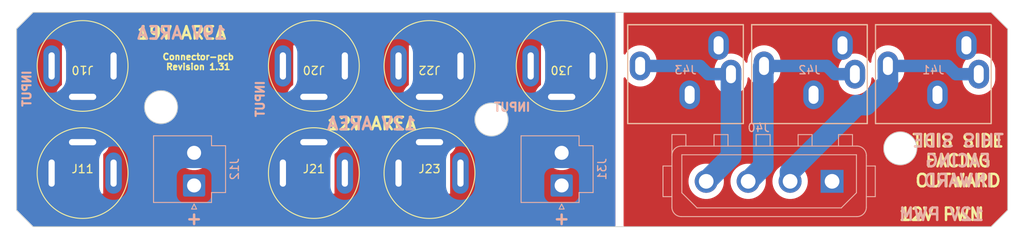
<source format=kicad_pcb>
(kicad_pcb (version 20221018) (generator pcbnew)
  (layers (0 "F.Cu" signal) (31 "B.Cu" signal) (34 "B.Paste" user) (35 "F.Paste" user) (36 "B.SilkS" user "B.Silkscreen") (37 "F.SilkS" user "F.Silkscreen") (38 "B.Mask" user) (39 "F.Mask" user) (44 "Edge.Cuts" user))
  (net 0 "")
  (net 1 "+15V")
  (net 2 "GND")
  (net 3 "+12V")
  (net 4 "+12L")
  (net 5 "Net-(J40-Pin_2)")
  (net 6 "Net-(J40-Pin_3)")
  (net 7 "Net-(J40-Pin_4)")
  (net 8 "+12P")
  (footprint "TeenAstro:BarrelJack_Vertical" (layer "F.Cu") (at 100 69)
    (fp_text reference "J23" (at 0 -0.5 unlocked) (layer "F.SilkS"))
    (fp_text value "Barrel_Jack_MountingPin")
    (fp_circle (center 0 0) (end 5.5 0) (stroke (width 0.12)) (fill none) (layer "F.SilkS"))
    (pad "1" thru_hole oval (at 3.75 0 90) (size 5 2) (drill oval 3.3 0.75) (layers "*.Cu" "*.Mask") (net 3 "+12V"))
    (pad "2" thru_hole oval (at 0 -3.75) (size 5 2) (drill oval 3.3 0.75) (layers "*.Cu" "*.Mask") (net 2 "GND"))
    (pad "MP" thru_hole oval (at -3.75 0 90) (size 5 2) (drill oval 3.3 0.75) (layers "*.Cu" "*.Mask") (net 2 "GND"))
    (zone (net 0) (net_name "") (layer "F.Cu") (connect_pads (clearance 0)) (min_thickness 0.254)
      (keepout (tracks not_allowed) (vias not_allowed) (pads not_allowed) (copperpour not_allowed) (footprints allowed))
      (fill (thermal_gap 0.508) (thermal_bridge_width 0.508))
      (polygon (pts (xy 102.5 71.5) (xy 97.5 71.5) (xy 97.5 66.5) (xy 102.5 66.5)))
    )
  )
  (footprint "TeenAstro:BarrelJack_Vertical" (layer "F.Cu") (at 58 69)
    (fp_text reference "J11" (at 0 -0.5 unlocked) (layer "F.SilkS"))
    (fp_text value "Barrel_Jack_MountingPin")
    (fp_circle (center 0 0) (end 5.5 0) (stroke (width 0.12)) (fill none) (layer "F.SilkS"))
    (pad "1" thru_hole oval (at 3.75 0 90) (size 5 2) (drill oval 3.3 0.75) (layers "*.Cu" "*.Mask") (net 1 "+15V"))
    (pad "2" thru_hole oval (at 0 -3.75) (size 5 2) (drill oval 3.3 0.75) (layers "*.Cu" "*.Mask") (net 2 "GND"))
    (pad "MP" thru_hole oval (at -3.75 0 90) (size 5 2) (drill oval 3.3 0.75) (layers "*.Cu" "*.Mask") (net 2 "GND"))
    (zone (net 0) (net_name "") (layer "F.Cu") (connect_pads (clearance 0)) (min_thickness 0.254)
      (keepout (tracks not_allowed) (vias not_allowed) (pads not_allowed) (copperpour not_allowed) (footprints allowed))
      (fill (thermal_gap 0.508) (thermal_bridge_width 0.508))
      (polygon (pts (xy 60.5 71.5) (xy 55.5 71.5) (xy 55.5 66.5) (xy 60.5 66.5)))
    )
  )
  (footprint "TeenAstro:BarrelJack_Vertical" (layer "F.Cu") (at 116 56 180)
    (fp_text reference "J30" (at 0 -0.5 180 unlocked) (layer "F.SilkS"))
    (fp_text value "Barrel_Jack_MountingPin")
    (fp_circle (center 0 0) (end 5.5 0) (stroke (width 0.12)) (fill none) (layer "F.SilkS"))
    (pad "1" thru_hole oval (at 3.75 0 270) (size 5 2) (drill oval 3.3 0.75) (layers "*.Cu" "*.Mask") (net 4 "+12L"))
    (pad "2" thru_hole oval (at 0 -3.75 180) (size 5 2) (drill oval 3.3 0.75) (layers "*.Cu" "*.Mask") (net 2 "GND"))
    (pad "MP" thru_hole oval (at -3.75 0 270) (size 5 2) (drill oval 3.3 0.75) (layers "*.Cu" "*.Mask") (net 2 "GND"))
    (zone (net 0) (net_name "") (layer "F.Cu") (connect_pads (clearance 0)) (min_thickness 0.254)
      (keepout (tracks not_allowed) (vias not_allowed) (pads not_allowed) (copperpour not_allowed) (footprints allowed))
      (fill (thermal_gap 0.508) (thermal_bridge_width 0.508))
      (polygon (pts (xy 113.5 53.5) (xy 118.5 53.5) (xy 118.5 58.5) (xy 113.5 58.5)))
    )
  )
  (footprint "TeenAstro:BarrelJack_Vertical" (layer "F.Cu") (at 86 56 180)
    (fp_text reference "J20" (at 0 -0.5 180 unlocked) (layer "F.SilkS"))
    (fp_text value "Barrel_Jack_MountingPin")
    (fp_circle (center 0 0) (end 5.5 0) (stroke (width 0.12)) (fill none) (layer "F.SilkS"))
    (pad "1" thru_hole oval (at 3.75 0 270) (size 5 2) (drill oval 3.3 0.75) (layers "*.Cu" "*.Mask") (net 3 "+12V"))
    (pad "2" thru_hole oval (at 0 -3.75 180) (size 5 2) (drill oval 3.3 0.75) (layers "*.Cu" "*.Mask") (net 2 "GND"))
    (pad "MP" thru_hole oval (at -3.75 0 270) (size 5 2) (drill oval 3.3 0.75) (layers "*.Cu" "*.Mask") (net 2 "GND"))
    (zone (net 0) (net_name "") (layer "F.Cu") (connect_pads (clearance 0)) (min_thickness 0.254)
      (keepout (tracks not_allowed) (vias not_allowed) (pads not_allowed) (copperpour not_allowed) (footprints allowed))
      (fill (thermal_gap 0.508) (thermal_bridge_width 0.508))
      (polygon (pts (xy 83.5 53.5) (xy 88.5 53.5) (xy 88.5 58.5) (xy 83.5 58.5)))
    )
  )
  (footprint "TeenAstro:BarrelJack_Vertical" (layer "F.Cu") (at 86 69)
    (fp_text reference "J21" (at 0 -0.5 unlocked) (layer "F.SilkS"))
    (fp_text value "Barrel_Jack_MountingPin")
    (fp_circle (center 0 0) (end 5.5 0) (stroke (width 0.12)) (fill none) (layer "F.SilkS"))
    (pad "1" thru_hole oval (at 3.75 0 90) (size 5 2) (drill oval 3.3 0.75) (layers "*.Cu" "*.Mask") (net 3 "+12V"))
    (pad "2" thru_hole oval (at 0 -3.75) (size 5 2) (drill oval 3.3 0.75) (layers "*.Cu" "*.Mask") (net 2 "GND"))
    (pad "MP" thru_hole oval (at -3.75 0 90) (size 5 2) (drill oval 3.3 0.75) (layers "*.Cu" "*.Mask") (net 2 "GND"))
    (zone (net 0) (net_name "") (layer "F.Cu") (connect_pads (clearance 0)) (min_thickness 0.254)
      (keepout (tracks not_allowed) (vias not_allowed) (pads not_allowed) (copperpour not_allowed) (footprints allowed))
      (fill (thermal_gap 0.508) (thermal_bridge_width 0.508))
      (polygon (pts (xy 88.5 71.5) (xy 83.5 71.5) (xy 83.5 66.5) (xy 88.5 66.5)))
    )
  )
  (footprint "TeenAstro:BarrelJack_Vertical" (layer "F.Cu") (at 100 56 180)
    (fp_text reference "J22" (at 0 -0.5 180 unlocked) (layer "F.SilkS"))
    (fp_text value "Barrel_Jack_MountingPin")
    (fp_circle (center 0 0) (end 5.5 0) (stroke (width 0.12)) (fill none) (layer "F.SilkS"))
    (pad "1" thru_hole oval (at 3.75 0 270) (size 5 2) (drill oval 3.3 0.75) (layers "*.Cu" "*.Mask") (net 3 "+12V"))
    (pad "2" thru_hole oval (at 0 -3.75 180) (size 5 2) (drill oval 3.3 0.75) (layers "*.Cu" "*.Mask") (net 2 "GND"))
    (pad "MP" thru_hole oval (at -3.75 0 270) (size 5 2) (drill oval 3.3 0.75) (layers "*.Cu" "*.Mask") (net 2 "GND"))
    (zone (net 0) (net_name "") (layer "F.Cu") (connect_pads (clearance 0)) (min_thickness 0.254)
      (keepout (tracks not_allowed) (vias not_allowed) (pads not_allowed) (copperpour not_allowed) (footprints allowed))
      (fill (thermal_gap 0.508) (thermal_bridge_width 0.508))
      (polygon (pts (xy 97.5 53.5) (xy 102.5 53.5) (xy 102.5 58.5) (xy 97.5 58.5)))
    )
  )
  (footprint "TeenAstro:BarrelJack_Vertical" (layer "F.Cu") (at 58 56 180)
    (fp_text reference "J10" (at 0 -0.5 180 unlocked) (layer "F.SilkS"))
    (fp_text value "Barrel_Jack_MountingPin")
    (fp_circle (center 0 0) (end 5.5 0) (stroke (width 0.12)) (fill none) (layer "F.SilkS"))
    (pad "1" thru_hole oval (at 3.75 0 270) (size 5 2) (drill oval 3.3 0.75) (layers "*.Cu" "*.Mask") (net 1 "+15V"))
    (pad "2" thru_hole oval (at 0 -3.75 180) (size 5 2) (drill oval 3.3 0.75) (layers "*.Cu" "*.Mask") (net 2 "GND"))
    (pad "MP" thru_hole oval (at -3.75 0 270) (size 5 2) (drill oval 3.3 0.75) (layers "*.Cu" "*.Mask") (net 2 "GND"))
    (zone (net 0) (net_name "") (layer "F.Cu") (connect_pads (clearance 0)) (min_thickness 0.254)
      (keepout (tracks not_allowed) (vias not_allowed) (pads not_allowed) (copperpour not_allowed) (footprints allowed))
      (fill (thermal_gap 0.508) (thermal_bridge_width 0.508))
      (polygon (pts (xy 55.5 53.5) (xy 60.5 53.5) (xy 60.5 58.5) (xy 55.5 58.5)))
    )
  )
  (footprint "TeenAstro:Cinch_Vertical" (layer "B.Cu") (at 131 57 180)
    (fp_text reference "J43" (at 0 0.5 unlocked) (layer "B.SilkS") (effects (justify mirror)))
    (fp_text value "Conn_01x02")
    (fp_rect (start -7 6) (end 7 -6) (stroke (width 0.12)) (fill none) (layer "B.SilkS"))
    (pad "1" thru_hole oval (at -5.5 0 180) (size 2.5 3.5) (drill oval 1.2 2.2) (layers "*.Cu" "*.Mask") (net 7 "Net-(J40-Pin_4)"))
    (pad "1" thru_hole oval (at 5.5 1 180) (size 2.5 3.5) (drill oval 1.2 2.2) (layers "*.Cu" "*.Mask") (net 7 "Net-(J40-Pin_4)"))
    (pad "2" thru_hole oval (at -4 3.5 180) (size 2.5 3.5) (drill oval 1.2 2.2) (layers "*.Cu" "*.Mask") (net 8 "+12P"))
    (pad "2" thru_hole oval (at -0.5 -2.5 180) (size 2.5 3.5) (drill oval 1.2 2.2) (layers "*.Cu" "*.Mask") (net 8 "+12P"))
  )
  (footprint "Connector_JST:JST_VH_B2P-VH_1x02_P3.96mm_Vertical" (layer "B.Cu") (at 71.5 70.5 90)
    (fp_text reference "J12" (at 1.98 4.9 90) (layer "B.SilkS") (effects (justify mirror)))
    (fp_text value "Conn_01x02")
    (fp_line (start -2.86 -0.3) (end -2.86 0.3) (stroke (width 0.12)) (layer "B.SilkS"))
    (fp_line (start -2.86 0.3) (end -2.26 0) (stroke (width 0.12)) (layer "B.SilkS"))
    (fp_line (start -2.26 0) (end -2.86 -0.3) (stroke (width 0.12)) (layer "B.SilkS"))
    (fp_line (start -2.06 -4.91) (end -2.06 2.11) (stroke (width 0.12)) (layer "B.SilkS"))
    (fp_line (start -2.06 2.11) (end -0.86 2.11) (stroke (width 0.12)) (layer "B.SilkS"))
    (fp_line (start -0.86 2.11) (end -0.86 3.81) (stroke (width 0.12)) (layer "B.SilkS"))
    (fp_line (start -0.86 3.81) (end 4.82 3.81) (stroke (width 0.12)) (layer "B.SilkS"))
    (fp_line (start 4.82 2.11) (end 6.02 2.11) (stroke (width 0.12)) (layer "B.SilkS"))
    (fp_line (start 4.82 3.81) (end 4.82 2.11) (stroke (width 0.12)) (layer "B.SilkS"))
    (fp_line (start 6.02 -4.91) (end -2.06 -4.91) (stroke (width 0.12)) (layer "B.SilkS"))
    (fp_line (start 6.02 2.11) (end 6.02 -4.91) (stroke (width 0.12)) (layer "B.SilkS"))
    (pad "1" thru_hole roundrect (at 0 0 90) (size 2.7 2.7) (drill 1.7) (layers "*.Cu" "*.Mask") (roundrect_rratio 0.09259296296) (net 1 "+15V"))
    (pad "2" thru_hole circle (at 3.96 0 90) (size 2.7 2.7) (drill 1.7) (layers "*.Cu" "*.Mask") (net 2 "GND"))
  )
  (footprint "Connector_JST:JST_VH_B2P-VH_1x02_P3.96mm_Vertical" (layer "B.Cu") (at 116 70.5 90)
    (fp_text reference "J31" (at 1.98 4.9 90) (layer "B.SilkS") (effects (justify mirror)))
    (fp_text value "Conn_01x02")
    (fp_line (start -2.86 -0.3) (end -2.86 0.3) (stroke (width 0.12)) (layer "B.SilkS"))
    (fp_line (start -2.86 0.3) (end -2.26 0) (stroke (width 0.12)) (layer "B.SilkS"))
    (fp_line (start -2.26 0) (end -2.86 -0.3) (stroke (width 0.12)) (layer "B.SilkS"))
    (fp_line (start -2.06 -4.91) (end -2.06 2.11) (stroke (width 0.12)) (layer "B.SilkS"))
    (fp_line (start -2.06 2.11) (end -0.86 2.11) (stroke (width 0.12)) (layer "B.SilkS"))
    (fp_line (start -0.86 2.11) (end -0.86 3.81) (stroke (width 0.12)) (layer "B.SilkS"))
    (fp_line (start -0.86 3.81) (end 4.82 3.81) (stroke (width 0.12)) (layer "B.SilkS"))
    (fp_line (start 4.82 2.11) (end 6.02 2.11) (stroke (width 0.12)) (layer "B.SilkS"))
    (fp_line (start 4.82 3.81) (end 4.82 2.11) (stroke (width 0.12)) (layer "B.SilkS"))
    (fp_line (start 6.02 -4.91) (end -2.06 -4.91) (stroke (width 0.12)) (layer "B.SilkS"))
    (fp_line (start 6.02 2.11) (end 6.02 -4.91) (stroke (width 0.12)) (layer "B.SilkS"))
    (pad "1" thru_hole roundrect (at 0 0 90) (size 2.7 2.7) (drill 1.7) (layers "*.Cu" "*.Mask") (roundrect_rratio 0.09259296296) (net 4 "+12L"))
    (pad "2" thru_hole circle (at 3.96 0 90) (size 2.7 2.7) (drill 1.7) (layers "*.Cu" "*.Mask") (net 2 "GND"))
  )
  (footprint "Connector_TE-Connectivity:TE_MATE-N-LOK_350211-1_1x04_P5.08mm_Vertical" (layer "B.Cu") (at 148.74 70 180)
    (fp_text reference "J40" (at 8.89 6.5) (layer "B.SilkS") (effects (justify mirror)))
    (fp_text value "Conn_01x04")
    (fp_line (start -5.23 -1.86) (end -5.23 1.86) (stroke (width 0.12)) (layer "B.SilkS"))
    (fp_line (start -5.23 1.86) (end -4.15 1.86) (stroke (width 0.12)) (layer "B.SilkS"))
    (fp_line (start -4.15 -1.86) (end -5.23 -1.86) (stroke (width 0.12)) (layer "B.SilkS"))
    (fp_line (start -4.15 3.14) (end -4.15 -3.14) (stroke (width 0.12)) (layer "B.SilkS"))
    (fp_line (start -3.01 -4.28) (end 18.25 -4.28) (stroke (width 0.12)) (layer "B.SilkS"))
    (fp_line (start -2.95 -1.39) (end -2.95 3.22) (stroke (width 0.12)) (layer "B.SilkS"))
    (fp_line (start -2.95 3.22) (end 18.19 3.22) (stroke (width 0.12)) (layer "B.SilkS"))
    (fp_line (start -2.47 4.28) (end -2.47 5.67) (stroke (width 0.12)) (layer "B.SilkS"))
    (fp_line (start -2.47 5.67) (end -0.78 5.67) (stroke (width 0.12)) (layer "B.SilkS"))
    (fp_line (start -1.12 -3.22) (end -2.95 -1.39) (stroke (width 0.12)) (layer "B.SilkS"))
    (fp_line (start -0.78 5.67) (end -0.78 4.28) (stroke (width 0.12)) (layer "B.SilkS"))
    (fp_line (start 2.42 4.28) (end 2.42 5.67) (stroke (width 0.12)) (layer "B.SilkS"))
    (fp_line (start 2.42 5.67) (end 4.11 5.67) (stroke (width 0.12)) (layer "B.SilkS"))
    (fp_line (start 4.11 5.67) (end 4.11 4.28) (stroke (width 0.12)) (layer "B.SilkS"))
    (fp_line (start 7.5 4.28) (end 7.5 5.67) (stroke (width 0.12)) (layer "B.SilkS"))
    (fp_line (start 7.5 5.67) (end 9.19 5.67) (stroke (width 0.12)) (layer "B.SilkS"))
    (fp_line (start 9.19 5.67) (end 9.19 4.28) (stroke (width 0.12)) (layer "B.SilkS"))
    (fp_line (start 12.6 4.28) (end 12.6 5.67) (stroke (width 0.12)) (layer "B.SilkS"))
    (fp_line (start 12.6 5.67) (end 14.29 5.67) (stroke (width 0.12)) (layer "B.SilkS"))
    (fp_line (start 14.29 5.67) (end 14.29 4.28) (stroke (width 0.12)) (layer "B.SilkS"))
    (fp_line (start 16.36 -3.22) (end -1.12 -3.22) (stroke (width 0.12)) (layer "B.SilkS"))
    (fp_line (start 17.7 4.28) (end 17.7 5.67) (stroke (width 0.12)) (layer "B.SilkS"))
    (fp_line (start 17.7 5.67) (end 19.39 5.67) (stroke (width 0.12)) (layer "B.SilkS"))
    (fp_line (start 18.19 -1.39) (end 16.36 -3.22) (stroke (width 0.12)) (layer "B.SilkS"))
    (fp_line (start 18.19 3.22) (end 18.19 -1.39) (stroke (width 0.12)) (layer "B.SilkS"))
    (fp_line (start 18.25 4.28) (end -3.01 4.28) (stroke (width 0.12)) (layer "B.SilkS"))
    (fp_line (start 19.39 -3.14) (end 19.39 5.67) (stroke (width 0.12)) (layer "B.SilkS"))
    (fp_line (start 19.39 -1.86) (end 20.47 -1.86) (stroke (width 0.12)) (layer "B.SilkS"))
    (fp_line (start 20.47 -1.86) (end 20.47 1.86) (stroke (width 0.12)) (layer "B.SilkS"))
    (fp_line (start 20.47 1.86) (end 19.39 1.86) (stroke (width 0.12)) (layer "B.SilkS"))
    (fp_arc (start -4.15 -3.14) (mid -3.816102 -3.946102) (end -3.01 -4.28) (stroke (width 0.12)) (layer "B.SilkS"))
    (fp_arc (start -3.01 4.28) (mid -3.816102 3.946102) (end -4.15 3.14) (stroke (width 0.12)) (layer "B.SilkS"))
    (fp_arc (start 18.25 -4.28) (mid 19.056102 -3.946102) (end 19.39 -3.14) (stroke (width 0.12)) (layer "B.SilkS"))
    (fp_arc (start 19.39 3.14) (mid 19.056102 3.946102) (end 18.25 4.28) (stroke (width 0.12)) (layer "B.SilkS"))
    (pad "1" thru_hole rect (at 0 0 180) (size 2.78 2.78) (drill 1.78) (layers "*.Cu" "*.Mask") (net 8 "+12P"))
    (pad "2" thru_hole circle (at 5.08 0 180) (size 2.78 2.78) (drill 1.78) (layers "*.Cu" "*.Mask") (net 5 "Net-(J40-Pin_2)"))
    (pad "3" thru_hole circle (at 10.16 0 180) (size 2.78 2.78) (drill 1.78) (layers "*.Cu" "*.Mask") (net 6 "Net-(J40-Pin_3)"))
    (pad "4" thru_hole circle (at 15.24 0 180) (size 2.78 2.78) (drill 1.78) (layers "*.Cu" "*.Mask") (net 7 "Net-(J40-Pin_4)"))
  )
  (footprint "TeenAstro:Cinch_Vertical" (layer "B.Cu") (at 161 57 180)
    (fp_text reference "J41" (at 0 0.5 unlocked) (layer "B.SilkS") (effects (justify mirror)))
    (fp_text value "Conn_01x02")
    (fp_rect (start -7 6) (end 7 -6) (stroke (width 0.12)) (fill none) (layer "B.SilkS"))
    (pad "1" thru_hole oval (at -5.5 0 180) (size 2.5 3.5) (drill oval 1.2 2.2) (layers "*.Cu" "*.Mask") (net 5 "Net-(J40-Pin_2)"))
    (pad "1" thru_hole oval (at 5.5 1 180) (size 2.5 3.5) (drill oval 1.2 2.2) (layers "*.Cu" "*.Mask") (net 5 "Net-(J40-Pin_2)"))
    (pad "2" thru_hole oval (at -4 3.5 180) (size 2.5 3.5) (drill oval 1.2 2.2) (layers "*.Cu" "*.Mask") (net 8 "+12P"))
    (pad "2" thru_hole oval (at -0.5 -2.5 180) (size 2.5 3.5) (drill oval 1.2 2.2) (layers "*.Cu" "*.Mask") (net 8 "+12P"))
  )
  (footprint "TeenAstro:Cinch_Vertical" (layer "B.Cu") (at 146 57 180)
    (fp_text reference "J42" (at 0 0.5 unlocked) (layer "B.SilkS") (effects (justify mirror)))
    (fp_text value "Conn_01x02")
    (fp_rect (start -7 6) (end 7 -6) (stroke (width 0.12)) (fill none) (layer "B.SilkS"))
    (pad "1" thru_hole oval (at -5.5 0 180) (size 2.5 3.5) (drill oval 1.2 2.2) (layers "*.Cu" "*.Mask") (net 6 "Net-(J40-Pin_3)"))
    (pad "1" thru_hole oval (at 5.5 1 180) (size 2.5 3.5) (drill oval 1.2 2.2) (layers "*.Cu" "*.Mask") (net 6 "Net-(J40-Pin_3)"))
    (pad "2" thru_hole oval (at -4 3.5 180) (size 2.5 3.5) (drill oval 1.2 2.2) (layers "*.Cu" "*.Mask") (net 8 "+12P"))
    (pad "2" thru_hole oval (at -0.5 -2.5 180) (size 2.5 3.5) (drill oval 1.2 2.2) (layers "*.Cu" "*.Mask") (net 8 "+12P"))
  )
  (gr_rect (start 124 51) (end 138 63) (stroke (width 0.15)) (fill none) (layer "F.SilkS"))
  (gr_rect (start 139 51) (end 153 63) (stroke (width 0.15)) (fill none) (layer "F.SilkS"))
  (gr_rect (start 154 51) (end 168 63) (stroke (width 0.15)) (fill none) (layer "F.SilkS"))
  (gr_circle (center 67.5 61) (end 69.5 61) (stroke (width 0.1)) (fill none) (layer "Edge.Cuts"))
  (gr_poly (pts (xy 50 51.5) (xy 52 49.5) (xy 168 49.5) (xy 170 51.5) (xy 170 73.5) (xy 168 75.5) (xy 52 75.5) (xy 50 73.5)) (stroke (width 0.1)) (fill none) (layer "Edge.Cuts"))
  (gr_circle (center 157 66) (end 159 66) (stroke (width 0.1)) (fill none) (layer "Edge.Cuts"))
  (gr_circle (center 107.5 62.5) (end 109.5 62.5) (stroke (width 0.1)) (fill none) (layer "Edge.Cuts"))
  (gr_text "+" (at 116 74.5) (layer "B.SilkS") (effects (font (size 1.5 1.5) (thickness 0.3))))
  (gr_text "+" (at 71.5 74.5) (layer "B.SilkS") (effects (font (size 1.5 1.5) (thickness 0.3))))
  (gr_text "INPUT" (at 110 61) (layer "B.SilkS") (effects (font (size 1 1) (thickness 0.25)) (justify mirror)))
  (gr_text "INPUT" (at 79.5 60 90) (layer "B.SilkS") (effects (font (size 1 1) (thickness 0.25)) (justify mirror)))
  (gr_text "INPUT" (at 51.25 58.75 90) (layer "B.SilkS") (effects (font (size 1 1) (thickness 0.25)) (justify mirror)))
  (gr_text "12V AREA" (at 93 63) (layer "B.SilkS") (effects (font (size 1.5 1.5) (thickness 0.3)) (justify mirror)))
  (gr_text "12V PWM" (at 162 74) (layer "B.SilkS") (effects (font (size 1.5 1.5) (thickness 0.3)) (justify mirror)))
  (gr_text "19V AREA" (at 70 52) (layer "B.SilkS") (effects (font (size 1.5 1.5) (thickness 0.3)) (justify mirror)))
  (gr_text "THIS SIDE\nFACING\nINWARD" (at 164 67.5) (layer "B.SilkS") (effects (font (size 1.5 1.5) (thickness 0.3)) (justify mirror)))
  (gr_text "19V AREA" (at 70 52) (layer "F.SilkS") (effects (font (size 1.5 1.5) (thickness 0.3))))
  (gr_text "12V AREA" (at 93 63) (layer "F.SilkS") (effects (font (size 1.5 1.5) (thickness 0.3))))
  (gr_text "Connector-pcb\nRevision 1.31" (at 72 55.5) (layer "F.SilkS") (effects (font (size 0.75 0.75) (thickness 0.1875))))
  (gr_text "12V PWM" (at 162 74) (layer "F.SilkS") (effects (font (size 1.5 1.5) (thickness 0.3))))
  (gr_text "THIS SIDE\nFACING\nOUTWARD" (at 164 67.5) (layer "F.SilkS") (effects (font (size 1.5 1.5) (thickness 0.3))))
  (segment (start 163.75 57) (end 166.5 57) (width 1.5) (layer "B.Cu") (net 5))
  (segment (start 151.75 60.75) (end 152.846194 60.75) (width 2.5) (layer "B.Cu") (net 5))
  (segment (start 143.66 68.84) (end 151.75 60.75) (width 2.5) (layer "B.Cu") (net 5))
  (segment (start 162.75 56) (end 163.75 57) (width 1.5) (layer "B.Cu") (net 5))
  (segment (start 152.846194 60.75) (end 155.5 58.096194) (width 2.5) (layer "B.Cu") (net 5))
  (segment (start 155.5 56) (end 162.75 56) (width 1.5) (layer "B.Cu") (net 5))
  (segment (start 155.5 58.096194) (end 155.5 56) (width 2.5) (layer "B.Cu") (net 5))
  (segment (start 143.66 70) (end 143.66 68.84) (width 2.5) (layer "B.Cu") (net 5))
  (segment (start 138.58 70) (end 140.410499 68.169501) (width 2.5) (layer "B.Cu") (net 6))
  (segment (start 148.110913 56) (end 149.110913 57) (width 1.5) (layer "B.Cu") (net 6))
  (segment (start 140.410499 56.089501) (end 140.5 56) (width 2.5) (layer "B.Cu") (net 6))
  (segment (start 140.5 56) (end 148.110913 56) (width 1.5) (layer "B.Cu") (net 6))
  (segment (start 140.410499 68.169501) (end 140.410499 56.089501) (width 2.5) (layer "B.Cu") (net 6))
  (segment (start 149.110913 57) (end 151.5 57) (width 1.5) (layer "B.Cu") (net 6))
  (segment (start 133.75 57) (end 136.5 57) (width 1.5) (layer "B.Cu") (net 7))
  (segment (start 136.5 67) (end 136.5 57) (width 2.5) (layer "B.Cu") (net 7))
  (segment (start 125.5 56) (end 132.75 56) (width 1.5) (layer "B.Cu") (net 7))
  (segment (start 132.75 56) (end 133.75 57) (width 1.5) (layer "B.Cu") (net 7))
  (segment (start 133.5 70) (end 136.5 67) (width 2.5) (layer "B.Cu") (net 7))
  (zone (net 4) (net_name "+12L") (layer "F.Cu") (connect_pads (clearance 0.508)) (min_thickness 0.254) (fill yes (thermal_gap 0.508) (thermal_bridge_width 0.508))
    (polygon (pts (xy 122.5 77) (xy 109 77) (xy 109 48) (xy 122.5 48)))
  )
  (zone (net 1) (net_name "+15V") (layer "F.Cu") (connect_pads (clearance 0.508)) (min_thickness 0.254) (fill yes (thermal_gap 0.508) (thermal_bridge_width 0.508))
    (polygon (pts (xy 77 77) (xy 48 77) (xy 48 48) (xy 77 48)))
  )
  (zone (net 3) (net_name "+12V") (layer "F.Cu") (connect_pads (clearance 0.508)) (min_thickness 0.254) (fill yes (thermal_gap 0.508) (thermal_bridge_width 0.508))
    (polygon (pts (xy 107 77) (xy 79 77) (xy 79 48) (xy 107 48)))
  )
  (zone (net 8) (net_name "+12P") (layer "F.Cu") (connect_pads (clearance 0.508)) (min_thickness 0.254) (fill yes (thermal_gap 0.508) (thermal_bridge_width 0.508))
    (polygon (pts (xy 172 77) (xy 123.5 77) (xy 123.5 63) (xy 123.5 48) (xy 172 48)))
  )
  (zone (net 2) (net_name "GND") (layer "B.Cu") (connect_pads (clearance 0.508)) (min_thickness 0.254) (fill yes (thermal_gap 0.508) (thermal_bridge_width 0.508))
    (polygon (pts (xy 122.5 62) (xy 122.5 76) (xy 49 76) (xy 49 49) (xy 122.5 49)))
  )
)
</source>
